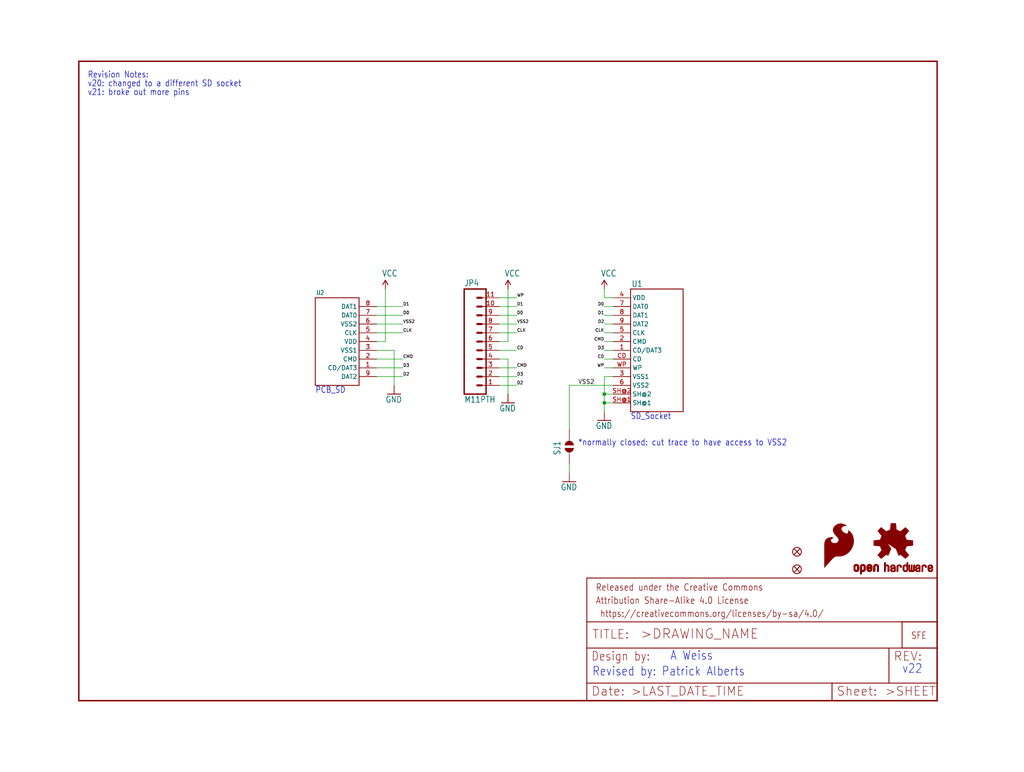
<source format=kicad_sch>
(kicad_sch (version 20211123) (generator eeschema)
  (paper "User" 297.002 223.926)
  (lib_symbols
    (symbol "schematicEagle-eagle-import:FIDUCIALUFIDUCIAL")
    (symbol "schematicEagle-eagle-import:FRAME-LETTER"
      (symbol "FRAME-LETTER_2_0"
        (text " https://creativecommons.org/licenses/by-sa/4.0/" (at 2.54 24.13 0) (effects (font (size 1.9304 1.6408)) (justify left bottom)))
        (text ">DRAWING_NAME" (at 15.494 17.78 0) (effects (font (size 2.7432 2.7432)) (justify left bottom)))
        (text ">LAST_DATE_TIME" (at 12.7 1.27 0) (effects (font (size 2.54 2.54)) (justify left bottom)))
        (text ">SHEET" (at 86.36 1.27 0) (effects (font (size 2.54 2.54)) (justify left bottom)))
        (text "Attribution Share-Alike 4.0 License" (at 2.54 27.94 0) (effects (font (size 1.9304 1.6408)) (justify left bottom)))
        (text "Date:" (at 1.27 1.27 0) (effects (font (size 2.54 2.54)) (justify left bottom)))
        (text "Design by:" (at 1.27 11.43 0) (effects (font (size 2.54 2.159)) (justify left bottom)))
        (text "Released under the Creative Commons" (at 2.54 31.75 0) (effects (font (size 1.9304 1.6408)) (justify left bottom)))
        (text "REV:" (at 88.9 11.43 0) (effects (font (size 2.54 2.54)) (justify left bottom)))
        (text "Sheet:" (at 72.39 1.27 0) (effects (font (size 2.54 2.54)) (justify left bottom)))
        (text "TITLE:" (at 1.524 17.78 0) (effects (font (size 2.54 2.54)) (justify left bottom)))
      )
    )
    (symbol "schematicEagle-eagle-import:GND" (power)
      (property "Value" "GND" (at -2.54 -2.54 0))
      (symbol "GND_1_0"
        (pin power_in line (at 0 2.54 270) (length 2.54) (name "GND") (number "1"))
      )
    )
    (symbol "schematicEagle-eagle-import:LOGO-SFENEW"
      (symbol "LOGO-SFENEW_1_0"
        (text "SFE" (at 0 0 0) (effects (font (size 1.9304 1.6408)) (justify left bottom)))
      )
    )
    (symbol "schematicEagle-eagle-import:M11PTH"
      (property "Reference" "JP" (at 0 16.002 0))
      (property "Value" "M11PTH" (at 0 -17.78 0))
      (symbol "M11PTH_1_0"
        (pin passive line (at 10.16 -12.7 180) (length 5.08) (name "1") (number "1"))
        (pin passive line (at 10.16 10.16 180) (length 5.08) (name "10") (number "10"))
        (pin passive line (at 10.16 12.7 180) (length 5.08) (name "11") (number "11"))
        (pin passive line (at 10.16 -10.16 180) (length 5.08) (name "2") (number "2"))
        (pin passive line (at 10.16 -7.62 180) (length 5.08) (name "3") (number "3"))
        (pin passive line (at 10.16 -5.08 180) (length 5.08) (name "4") (number "4"))
        (pin passive line (at 10.16 -2.54 180) (length 5.08) (name "5") (number "5"))
        (pin passive line (at 10.16 0 180) (length 5.08) (name "6") (number "6"))
        (pin passive line (at 10.16 2.54 180) (length 5.08) (name "7") (number "7"))
        (pin passive line (at 10.16 5.08 180) (length 5.08) (name "8") (number "8"))
        (pin passive line (at 10.16 7.62 180) (length 5.08) (name "9") (number "9"))
      )
    )
    (symbol "schematicEagle-eagle-import:OSHW-LOGOS")
    (symbol "schematicEagle-eagle-import:SD_CARD_SOCKET"
      (property "Reference" "U" (at -7.366 18.288 0))
      (property "Value" "SD_CARD_SOCKET" (at -7.112 -20.32 0))
      (symbol "SD_CARD_SOCKET_1_0"
        (pin bidirectional line (at -12.7 0 0) (length 5.08) (name "CD/DAT3") (number "1"))
        (pin bidirectional line (at -12.7 2.54 0) (length 5.08) (name "CMD") (number "2"))
        (pin power_in line (at -12.7 -7.62 0) (length 5.08) (name "VSS1") (number "3"))
        (pin power_in line (at -12.7 15.24 0) (length 5.08) (name "VDD") (number "4"))
        (pin bidirectional line (at -12.7 5.08 0) (length 5.08) (name "CLK") (number "5"))
        (pin power_in line (at -12.7 -10.16 0) (length 5.08) (name "VSS2") (number "6"))
        (pin bidirectional line (at -12.7 12.7 0) (length 5.08) (name "DAT0") (number "7"))
        (pin bidirectional line (at -12.7 10.16 0) (length 5.08) (name "DAT1") (number "8"))
        (pin bidirectional line (at -12.7 7.62 0) (length 5.08) (name "DAT2") (number "9"))
        (pin bidirectional line (at -12.7 -2.54 0) (length 5.08) (name "CD") (number "CD"))
        (pin bidirectional line (at -12.7 -15.24 0) (length 5.08) (name "SH@1") (number "SH@1"))
        (pin bidirectional line (at -12.7 -12.7 0) (length 5.08) (name "SH@2") (number "SH@2"))
        (pin bidirectional line (at -12.7 -5.08 0) (length 5.08) (name "WP") (number "WP"))
      )
    )
    (symbol "schematicEagle-eagle-import:SD_MMC_CARDSD_PCB"
      (property "Value" "SD_MMC_CARDSD_PCB" (at 3.048 -13.462 0))
      (symbol "SD_MMC_CARDSD_PCB_1_0"
        (pin bidirectional line (at -10.16 7.62 0) (length 5.08) (name "CD/DAT3") (number "1"))
        (pin bidirectional line (at -10.16 5.08 0) (length 5.08) (name "CMD") (number "2"))
        (pin bidirectional line (at -10.16 2.54 0) (length 5.08) (name "VSS1") (number "3"))
        (pin bidirectional line (at -10.16 0 0) (length 5.08) (name "VDD") (number "4"))
        (pin bidirectional line (at -10.16 -2.54 0) (length 5.08) (name "CLK") (number "5"))
        (pin bidirectional line (at -10.16 -5.08 0) (length 5.08) (name "VSS2") (number "6"))
        (pin bidirectional line (at -10.16 -7.62 0) (length 5.08) (name "DAT0") (number "7"))
        (pin bidirectional line (at -10.16 -10.16 0) (length 5.08) (name "DAT1") (number "8"))
        (pin bidirectional line (at -10.16 10.16 0) (length 5.08) (name "DAT2") (number "9"))
      )
    )
    (symbol "schematicEagle-eagle-import:SFE_LOGO_FLAME.2_INCH")
    (symbol "schematicEagle-eagle-import:SOLDERJUMPERTRACE"
      (property "Reference" "SJ" (at -2.54 2.54 0))
      (property "Value" "SOLDERJUMPERTRACE" (at -2.54 -5.08 0))
      (symbol "SOLDERJUMPERTRACE_1_0"
        (pin passive line (at -5.08 0 0) (length 2.54) (name "1") (number "1"))
        (pin passive line (at 5.08 0 180) (length 2.54) (name "2") (number "2"))
      )
    )
    (symbol "schematicEagle-eagle-import:VCC" (power)
      (property "Value" "VCC" (at -1.016 3.556 0))
      (symbol "VCC_1_0"
        (pin power_in line (at 0 0 90) (length 2.54) (name "VCC") (number "1"))
      )
    )
  )
  (junction (at 175.26 116.84))
  (junction (at 175.26 114.3))
  (wire (pts (xy 109.22 106.68) (xy 116.84 106.68)))
  (wire (pts (xy 175.26 114.3) (xy 175.26 116.84)))
  (wire (pts (xy 114.3 101.6) (xy 114.3 111.76)))
  (wire (pts (xy 177.8 96.52) (xy 175.26 96.52)))
  (wire (pts (xy 165.1 111.76) (xy 177.8 111.76)))
  (wire (pts (xy 111.76 99.06) (xy 111.76 83.82)))
  (wire (pts (xy 177.8 86.36) (xy 175.26 86.36)))
  (wire (pts (xy 177.8 109.22) (xy 175.26 109.22)))
  (wire (pts (xy 109.22 96.52) (xy 116.84 96.52)))
  (wire (pts (xy 175.26 86.36) (xy 175.26 83.82)))
  (wire (pts (xy 144.78 99.06) (xy 147.32 99.06)))
  (wire (pts (xy 144.78 96.52) (xy 149.86 96.52)))
  (wire (pts (xy 165.1 111.76) (xy 165.1 124.46)))
  (wire (pts (xy 109.22 88.9) (xy 116.84 88.9)))
  (wire (pts (xy 109.22 99.06) (xy 111.76 99.06)))
  (wire (pts (xy 144.78 106.68) (xy 149.86 106.68)))
  (wire (pts (xy 147.32 104.14) (xy 147.32 114.3)))
  (wire (pts (xy 175.26 109.22) (xy 175.26 111.76)))
  (wire (pts (xy 109.22 91.44) (xy 116.84 91.44)))
  (wire (pts (xy 144.78 88.9) (xy 149.86 88.9)))
  (wire (pts (xy 144.78 109.22) (xy 149.86 109.22)))
  (wire (pts (xy 109.22 101.6) (xy 114.3 101.6)))
  (wire (pts (xy 177.8 114.3) (xy 175.26 114.3)))
  (wire (pts (xy 177.8 104.14) (xy 175.26 104.14)))
  (wire (pts (xy 177.8 116.84) (xy 175.26 116.84)))
  (wire (pts (xy 149.86 86.36) (xy 144.78 86.36)))
  (wire (pts (xy 177.8 106.68) (xy 175.26 106.68)))
  (wire (pts (xy 175.26 116.84) (xy 175.26 119.38)))
  (wire (pts (xy 175.26 111.76) (xy 175.26 114.3)))
  (wire (pts (xy 177.8 88.9) (xy 175.26 88.9)))
  (wire (pts (xy 109.22 93.98) (xy 116.84 93.98)))
  (wire (pts (xy 144.78 91.44) (xy 149.86 91.44)))
  (wire (pts (xy 109.22 104.14) (xy 116.84 104.14)))
  (wire (pts (xy 165.1 137.16) (xy 165.1 134.62)))
  (wire (pts (xy 144.78 93.98) (xy 149.86 93.98)))
  (wire (pts (xy 177.8 93.98) (xy 175.26 93.98)))
  (wire (pts (xy 144.78 104.14) (xy 147.32 104.14)))
  (wire (pts (xy 109.22 109.22) (xy 116.84 109.22)))
  (wire (pts (xy 177.8 101.6) (xy 175.26 101.6)))
  (wire (pts (xy 149.86 101.6) (xy 144.78 101.6)))
  (wire (pts (xy 177.8 91.44) (xy 175.26 91.44)))
  (wire (pts (xy 144.78 111.76) (xy 149.86 111.76)))
  (wire (pts (xy 147.32 99.06) (xy 147.32 83.82)))
  (wire (pts (xy 177.8 99.06) (xy 175.26 99.06)))
  (text "Revision Notes:" (at 25.4 22.86 180) (effects (font (size 1.778 1.5113)) (justify left bottom)))
  (text "*normally closed: cut trace to have access to VSS2" (at 167.64 129.54 0) (effects (font (size 1.778 1.5113)) (justify left bottom)))
  (text "v21: broke out more pins" (at 25.4 27.94 180) (effects (font (size 1.778 1.5113)) (justify left bottom)))
  (text "v22" (at 261.62 195.58 180) (effects (font (size 2.54 2.159)) (justify left bottom)))
  (text "Revised by: Patrick Alberts" (at 171.704 196.342 180) (effects (font (size 2.54 2.159)) (justify left bottom)))
  (text "PCB_SD" (at 91.44 114.3 180) (effects (font (size 1.778 1.5113)) (justify left bottom)))
  (text "v20: changed to a different SD socket" (at 25.4 25.4 180) (effects (font (size 1.778 1.5113)) (justify left bottom)))
  (text "A Weiss" (at 194.31 191.77 180) (effects (font (size 2.54 2.159)) (justify left bottom)))
  (text "SD_Socket" (at 182.88 121.92 180) (effects (font (size 1.778 1.5113)) (justify left bottom)))
  (label "VSS2" (at 116.84 93.98 0) (effects (font (size 0.889 0.889))))
  (label "D2" (at 116.84 109.22 0) (effects (font (size 0.889 0.889))))
  (label "CLK" (at 116.84 96.52 0) (effects (font (size 0.889 0.889))))
  (label "CLK" (at 175.26 96.52 180) (effects (font (size 0.889 0.889))))
  (label "D0" (at 116.84 91.44 0) (effects (font (size 0.889 0.889))))
  (label "CLK" (at 149.86 96.52 0) (effects (font (size 0.889 0.889))))
  (label "D0" (at 149.86 91.44 0) (effects (font (size 0.889 0.889))))
  (label "CMD" (at 116.84 104.14 0) (effects (font (size 0.889 0.889))))
  (label "D1" (at 175.26 91.44 180) (effects (font (size 0.889 0.889))))
  (label "WP" (at 175.26 106.68 180) (effects (font (size 0.889 0.889))))
  (label "VSS2" (at 167.64 111.76 0) (effects (font (size 1.2446 1.2446))))
  (label "D0" (at 175.26 88.9 180) (effects (font (size 0.889 0.889))))
  (label "CD" (at 175.26 104.14 180) (effects (font (size 0.889 0.889))))
  (label "D2" (at 175.26 93.98 180) (effects (font (size 0.889 0.889))))
  (label "WP" (at 149.86 86.36 0) (effects (font (size 0.889 0.889))))
  (label "VSS2" (at 149.86 93.98 0) (effects (font (size 0.889 0.889))))
  (label "D3" (at 149.86 109.22 0) (effects (font (size 0.889 0.889))))
  (label "CMD" (at 149.86 106.68 0) (effects (font (size 0.889 0.889))))
  (label "D3" (at 116.84 106.68 0) (effects (font (size 0.889 0.889))))
  (label "CD" (at 149.86 101.6 0) (effects (font (size 0.889 0.889))))
  (label "CMD" (at 175.26 99.06 180) (effects (font (size 0.889 0.889))))
  (label "D1" (at 116.84 88.9 0) (effects (font (size 0.889 0.889))))
  (label "D3" (at 175.26 101.6 180) (effects (font (size 0.889 0.889))))
  (label "D2" (at 149.86 111.76 0) (effects (font (size 0.889 0.889))))
  (label "D1" (at 149.86 88.9 0) (effects (font (size 0.889 0.889))))
  (symbol (lib_id "schematicEagle-eagle-import:FIDUCIALUFIDUCIAL") (at 231.14 160.02 0) (unit 1)
    (property "Reference" "JP3" (effects hide))
    (property "Value" "FIDUCIALUFIDUCIAL" (effects hide))
    (property "Footprint" "schematicEagle:MICRO-FIDUCIAL" (effects hide))
  )
  (symbol (lib_id "schematicEagle-eagle-import:GND") (at 114.3 114.3 0) (unit 1)
    (property "Reference" "#GND3" (effects hide))
    (property "Value" "GND" (at 111.76 116.84 0) (effects (font (size 1.778 1.5113)) (justify left bottom)))
    (property "Footprint" "schematicEagle:" (effects hide))
  )
  (symbol (lib_id "schematicEagle-eagle-import:GND") (at 175.26 121.92 0) (unit 1)
    (property "Reference" "#GND2" (effects hide))
    (property "Value" "GND" (at 172.72 124.46 0) (effects (font (size 1.778 1.5113)) (justify left bottom)))
    (property "Footprint" "schematicEagle:" (effects hide))
  )
  (symbol (lib_id "schematicEagle-eagle-import:GND") (at 165.1 139.7 0) (unit 1)
    (property "Reference" "#GND4" (effects hide))
    (property "Value" "GND" (at 162.56 142.24 0) (effects (font (size 1.778 1.5113)) (justify left bottom)))
    (property "Footprint" "schematicEagle:" (effects hide))
  )
  (symbol (lib_id "schematicEagle-eagle-import:OSHW-LOGOS") (at 259.08 157.48 0) (unit 1)
    (property "Reference" "U$2" (effects hide))
    (property "Value" "OSHW-LOGOS" (effects hide))
    (property "Footprint" "schematicEagle:OSHW-LOGO-S" (effects hide))
  )
  (symbol (lib_id "schematicEagle-eagle-import:FIDUCIALUFIDUCIAL") (at 231.14 165.1 0) (unit 1)
    (property "Reference" "JP2" (effects hide))
    (property "Value" "FIDUCIALUFIDUCIAL" (effects hide))
    (property "Footprint" "schematicEagle:MICRO-FIDUCIAL" (effects hide))
  )
  (symbol (lib_id "schematicEagle-eagle-import:VCC") (at 147.32 83.82 0) (unit 1)
    (property "Reference" "#P+1" (effects hide))
    (property "Value" "VCC" (at 146.304 80.264 0) (effects (font (size 1.778 1.5113)) (justify left bottom)))
    (property "Footprint" "schematicEagle:" (effects hide))
  )
  (symbol (lib_id "schematicEagle-eagle-import:SD_MMC_CARDSD_PCB") (at 99.06 99.06 180) (unit 1)
    (property "Reference" "U2" (at 91.694 85.598 0) (effects (font (size 1.27 1.0795)) (justify right top)))
    (property "Value" "SD_MMC_CARDSD_PCB" (effects hide))
    (property "Footprint" "schematicEagle:SD-MMC-CARD" (effects hide))
  )
  (symbol (lib_id "schematicEagle-eagle-import:FRAME-LETTER") (at 22.86 203.2 0) (unit 1)
    (property "Reference" "FRAME1" (effects hide))
    (property "Value" "FRAME-LETTER" (effects hide))
    (property "Footprint" "schematicEagle:CREATIVE_COMMONS" (effects hide))
  )
  (symbol (lib_id "schematicEagle-eagle-import:GND") (at 147.32 116.84 0) (unit 1)
    (property "Reference" "#GND1" (effects hide))
    (property "Value" "GND" (at 144.78 119.38 0) (effects (font (size 1.778 1.5113)) (justify left bottom)))
    (property "Footprint" "schematicEagle:" (effects hide))
  )
  (symbol (lib_id "schematicEagle-eagle-import:LOGO-SFENEW") (at 264.16 185.42 0) (unit 1)
    (property "Reference" "LOGO0" (effects hide))
    (property "Value" "LOGO-SFENEW" (effects hide))
    (property "Footprint" "schematicEagle:SFE-NEW-WEBLOGO" (effects hide))
  )
  (symbol (lib_id "schematicEagle-eagle-import:VCC") (at 111.76 83.82 0) (unit 1)
    (property "Reference" "#P+3" (effects hide))
    (property "Value" "VCC" (at 110.744 80.264 0) (effects (font (size 1.778 1.5113)) (justify left bottom)))
    (property "Footprint" "schematicEagle:" (effects hide))
  )
  (symbol (lib_id "schematicEagle-eagle-import:M11PTH") (at 134.62 99.06 0) (unit 1)
    (property "Reference" "JP4" (at 134.62 83.058 0) (effects (font (size 1.778 1.5113)) (justify left bottom)))
    (property "Value" "M11PTH" (at 134.62 116.84 0) (effects (font (size 1.778 1.5113)) (justify left bottom)))
    (property "Footprint" "schematicEagle:1X11" (effects hide))
  )
  (symbol (lib_id "schematicEagle-eagle-import:SD_CARD_SOCKET") (at 190.5 101.6 0) (unit 1)
    (property "Reference" "U1" (at 183.134 83.312 0) (effects (font (size 1.778 1.5113)) (justify left bottom)))
    (property "Value" "SD_CARD_SOCKET" (effects hide))
    (property "Footprint" "schematicEagle:SD_1_1" (effects hide))
  )
  (symbol (lib_id "schematicEagle-eagle-import:VCC") (at 175.26 83.82 0) (unit 1)
    (property "Reference" "#P+2" (effects hide))
    (property "Value" "VCC" (at 174.244 80.264 0) (effects (font (size 1.778 1.5113)) (justify left bottom)))
    (property "Footprint" "schematicEagle:" (effects hide))
  )
  (symbol (lib_id "schematicEagle-eagle-import:SFE_LOGO_FLAME.2_INCH") (at 238.76 165.1 0) (unit 1)
    (property "Reference" "U$4" (effects hide))
    (property "Value" "SFE_LOGO_FLAME.2_INCH" (effects hide))
    (property "Footprint" "schematicEagle:SFE_LOGO_FLAME_.2" (effects hide))
  )
  (symbol (lib_id "schematicEagle-eagle-import:FRAME-LETTER") (at 170.18 203.2 0) (unit 2)
    (property "Reference" "FRAME1" (effects hide))
    (property "Value" "FRAME-LETTER" (effects hide))
    (property "Footprint" "schematicEagle:CREATIVE_COMMONS" (effects hide))
  )
  (symbol (lib_id "schematicEagle-eagle-import:SOLDERJUMPERTRACE") (at 165.1 129.54 90) (unit 1)
    (property "Reference" "SJ1" (at 162.56 132.08 0) (effects (font (size 1.778 1.5113)) (justify left bottom)))
    (property "Value" "SOLDERJUMPERTRACE" (effects hide))
    (property "Footprint" "schematicEagle:SJ_2S-TRACE" (effects hide))
  )
)
</source>
